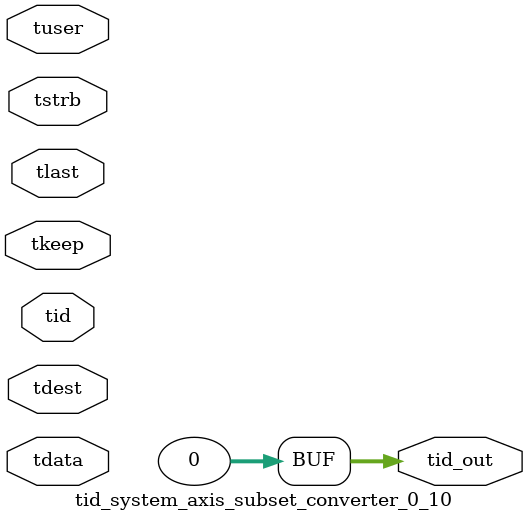
<source format=v>


`timescale 1ps/1ps

module tid_system_axis_subset_converter_0_10 #
(
parameter C_S_AXIS_TID_WIDTH   = 1,
parameter C_S_AXIS_TUSER_WIDTH = 0,
parameter C_S_AXIS_TDATA_WIDTH = 0,
parameter C_S_AXIS_TDEST_WIDTH = 0,
parameter C_M_AXIS_TID_WIDTH   = 32
)
(
input  [(C_S_AXIS_TID_WIDTH   == 0 ? 1 : C_S_AXIS_TID_WIDTH)-1:0       ] tid,
input  [(C_S_AXIS_TDATA_WIDTH == 0 ? 1 : C_S_AXIS_TDATA_WIDTH)-1:0     ] tdata,
input  [(C_S_AXIS_TUSER_WIDTH == 0 ? 1 : C_S_AXIS_TUSER_WIDTH)-1:0     ] tuser,
input  [(C_S_AXIS_TDEST_WIDTH == 0 ? 1 : C_S_AXIS_TDEST_WIDTH)-1:0     ] tdest,
input  [(C_S_AXIS_TDATA_WIDTH/8)-1:0 ] tkeep,
input  [(C_S_AXIS_TDATA_WIDTH/8)-1:0 ] tstrb,
input                                                                    tlast,
output [(C_M_AXIS_TID_WIDTH   == 0 ? 1 : C_M_AXIS_TID_WIDTH)-1:0       ] tid_out
);

assign tid_out = {1'b0};

endmodule


</source>
